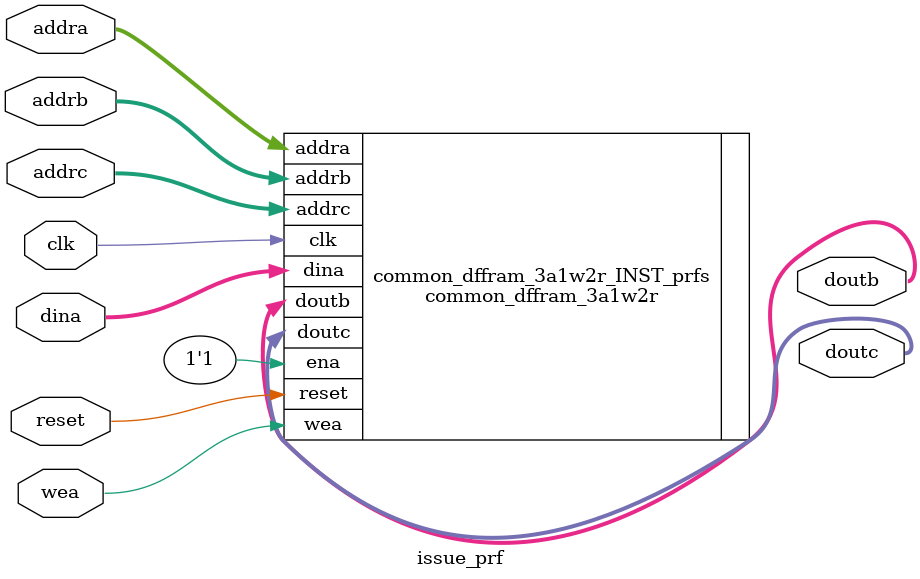
<source format=v>

module issue_prf (
    input   wire                clk,
    input   wire                reset,

    // Port A - write port
    input   wire [5:0]          addra,
    input   wire                wea,

    input   wire [63:0]         dina,

    // Port B - read port
    input   wire [5:0]          addrb,

    output  wire [63:0]         doutb,

    // Port C - read port
    input   wire [5:0]          addrc,

    output  wire [63:0]         doutc
);

    common_dffram_3a1w2r #(
        .RAM_DATA_WIDTH (64),
        .RAM_ADDR_WIDTH (6)
    ) common_dffram_3a1w2r_INST_prfs (
        .clk    (clk),
        .reset  (reset),

        .addra  (addra),
        .ena    (1'b1),
        .wea    (wea),
        .dina   (dina),

        .addrb  (addrb),
        .doutb  (doutb),

        .addrc  (addrc),
        .doutc  (doutc)
    );

endmodule

</source>
